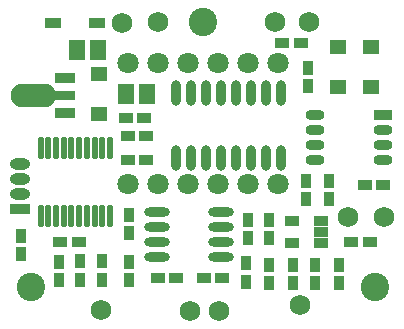
<source format=gbs>
G04*
G04 #@! TF.GenerationSoftware,Altium Limited,Altium Designer,23.10.1 (27)*
G04*
G04 Layer_Color=16711935*
%FSLAX25Y25*%
%MOIN*%
G70*
G04*
G04 #@! TF.SameCoordinates,442CD837-0526-4CC3-B5C4-5EBA4434BA87*
G04*
G04*
G04 #@! TF.FilePolarity,Negative*
G04*
G01*
G75*
%ADD20R,0.04800X0.03800*%
%ADD22R,0.03800X0.04800*%
%ADD23C,0.07099*%
%ADD24C,0.06902*%
%ADD25O,0.06800X0.03800*%
%ADD26R,0.06800X0.03800*%
%ADD27C,0.09461*%
%ADD49O,0.02233X0.07658*%
%ADD50O,0.13501X0.05288*%
%ADD51R,0.07001X0.03446*%
%ADD52O,0.08478X0.03038*%
%ADD53O,0.03170X0.08560*%
%ADD54R,0.05524X0.05131*%
%ADD55O,0.06300X0.03300*%
%ADD56R,0.06300X0.03300*%
%ADD57R,0.05131X0.03359*%
%ADD58R,0.05524X0.03556*%
%ADD59R,0.05721X0.06706*%
G36*
X12153Y-26063D02*
X12155Y-26063D01*
X12330Y-26067D01*
X12335Y-26068D01*
X12340Y-26067D01*
X12515Y-26080D01*
X12519Y-26080D01*
X12524Y-26081D01*
X12698Y-26101D01*
X12702Y-26102D01*
X12707Y-26102D01*
X12880Y-26131D01*
X12885Y-26132D01*
X12889Y-26133D01*
X13061Y-26169D01*
X13065Y-26171D01*
X13070Y-26172D01*
X13239Y-26216D01*
X13244Y-26218D01*
X13248Y-26219D01*
X13415Y-26272D01*
X13420Y-26273D01*
X13424Y-26274D01*
X13589Y-26335D01*
X13593Y-26337D01*
X13598Y-26338D01*
X13759Y-26406D01*
X13763Y-26409D01*
X13768Y-26410D01*
X13926Y-26486D01*
X13930Y-26488D01*
X13934Y-26490D01*
X14089Y-26573D01*
X14093Y-26575D01*
X14097Y-26577D01*
X14247Y-26667D01*
X14251Y-26670D01*
X14255Y-26672D01*
X14401Y-26769D01*
X14405Y-26772D01*
X14409Y-26775D01*
X14550Y-26878D01*
X14554Y-26882D01*
X14558Y-26884D01*
X14694Y-26994D01*
X14697Y-26998D01*
X14701Y-27000D01*
X14832Y-27117D01*
X14835Y-27120D01*
X14839Y-27123D01*
X14964Y-27246D01*
X14967Y-27249D01*
X14971Y-27252D01*
X15090Y-27381D01*
X15093Y-27384D01*
X15096Y-27387D01*
X15210Y-27521D01*
X15213Y-27525D01*
X15216Y-27529D01*
X15323Y-27667D01*
X15325Y-27671D01*
X15328Y-27675D01*
X15428Y-27819D01*
X15431Y-27823D01*
X15434Y-27826D01*
X15527Y-27975D01*
X15529Y-27979D01*
X15532Y-27983D01*
X15618Y-28135D01*
X15620Y-28139D01*
X15623Y-28143D01*
X15702Y-28300D01*
X15704Y-28304D01*
X15706Y-28308D01*
X15711Y-28322D01*
X15716Y-28336D01*
X15717Y-28341D01*
X15718Y-28345D01*
X15755Y-28504D01*
X22280D01*
X22318Y-28508D01*
X22355Y-28519D01*
X22390Y-28537D01*
X22420Y-28562D01*
X22444Y-28592D01*
X22463Y-28626D01*
X22474Y-28663D01*
X22478Y-28702D01*
Y-31300D01*
X22474Y-31339D01*
X22463Y-31376D01*
X22444Y-31410D01*
X22420Y-31440D01*
X22390Y-31464D01*
X22355Y-31483D01*
X22318Y-31494D01*
X22280Y-31498D01*
X15755D01*
X15718Y-31657D01*
X15717Y-31661D01*
X15716Y-31666D01*
X15711Y-31679D01*
X15706Y-31693D01*
X15704Y-31697D01*
X15702Y-31702D01*
X15623Y-31858D01*
X15620Y-31862D01*
X15618Y-31866D01*
X15532Y-32019D01*
X15529Y-32023D01*
X15527Y-32027D01*
X15434Y-32175D01*
X15431Y-32179D01*
X15428Y-32183D01*
X15328Y-32327D01*
X15325Y-32330D01*
X15323Y-32334D01*
X15216Y-32473D01*
X15212Y-32476D01*
X15210Y-32480D01*
X15096Y-32614D01*
X15093Y-32617D01*
X15090Y-32621D01*
X14971Y-32749D01*
X14967Y-32752D01*
X14964Y-32756D01*
X14839Y-32878D01*
X14835Y-32881D01*
X14832Y-32884D01*
X14701Y-33001D01*
X14697Y-33004D01*
X14694Y-33007D01*
X14558Y-33117D01*
X14554Y-33120D01*
X14550Y-33123D01*
X14409Y-33227D01*
X14405Y-33229D01*
X14401Y-33232D01*
X14255Y-33329D01*
X14251Y-33331D01*
X14247Y-33334D01*
X14097Y-33424D01*
X14093Y-33426D01*
X14089Y-33429D01*
X13934Y-33511D01*
X13930Y-33513D01*
X13926Y-33516D01*
X13768Y-33591D01*
X13763Y-33593D01*
X13759Y-33595D01*
X13598Y-33663D01*
X13593Y-33665D01*
X13589Y-33667D01*
X13424Y-33727D01*
X13420Y-33728D01*
X13415Y-33730D01*
X13248Y-33783D01*
X13244Y-33784D01*
X13239Y-33785D01*
X13070Y-33830D01*
X13065Y-33830D01*
X13061Y-33832D01*
X12889Y-33869D01*
X12885Y-33869D01*
X12880Y-33871D01*
X12707Y-33899D01*
X12702Y-33899D01*
X12698Y-33900D01*
X12524Y-33921D01*
X12519Y-33921D01*
X12515Y-33922D01*
X12340Y-33934D01*
X12335Y-33934D01*
X12330Y-33935D01*
X12155Y-33939D01*
X12153Y-33939D01*
X12150Y-33939D01*
X4850D01*
X4848Y-33939D01*
X4846Y-33939D01*
X4670Y-33935D01*
X4666Y-33934D01*
X4661Y-33934D01*
X4486Y-33922D01*
X4482Y-33921D01*
X4477Y-33921D01*
X4303Y-33900D01*
X4298Y-33899D01*
X4294Y-33899D01*
X4121Y-33871D01*
X4116Y-33869D01*
X4112Y-33869D01*
X3940Y-33832D01*
X3936Y-33830D01*
X3931Y-33830D01*
X3762Y-33785D01*
X3757Y-33784D01*
X3753Y-33783D01*
X3585Y-33730D01*
X3581Y-33728D01*
X3576Y-33727D01*
X3412Y-33667D01*
X3408Y-33665D01*
X3403Y-33663D01*
X3242Y-33595D01*
X3238Y-33593D01*
X3233Y-33591D01*
X3075Y-33516D01*
X3071Y-33513D01*
X3067Y-33511D01*
X2912Y-33429D01*
X2908Y-33426D01*
X2904Y-33424D01*
X2754Y-33334D01*
X2750Y-33331D01*
X2746Y-33329D01*
X2600Y-33232D01*
X2596Y-33229D01*
X2592Y-33227D01*
X2451Y-33123D01*
X2447Y-33120D01*
X2443Y-33117D01*
X2307Y-33007D01*
X2304Y-33004D01*
X2300Y-33001D01*
X2169Y-32884D01*
X2166Y-32881D01*
X2162Y-32878D01*
X2037Y-32756D01*
X2034Y-32752D01*
X2030Y-32749D01*
X1911Y-32621D01*
X1908Y-32617D01*
X1904Y-32614D01*
X1791Y-32480D01*
X1788Y-32476D01*
X1785Y-32473D01*
X1678Y-32334D01*
X1676Y-32330D01*
X1673Y-32327D01*
X1572Y-32183D01*
X1570Y-32179D01*
X1567Y-32175D01*
X1474Y-32027D01*
X1472Y-32023D01*
X1469Y-32019D01*
X1382Y-31866D01*
X1381Y-31862D01*
X1378Y-31858D01*
X1299Y-31702D01*
X1297Y-31697D01*
X1295Y-31693D01*
X1223Y-31533D01*
X1221Y-31529D01*
X1219Y-31525D01*
X1155Y-31362D01*
X1154Y-31357D01*
X1152Y-31353D01*
X1095Y-31187D01*
X1094Y-31182D01*
X1092Y-31178D01*
X1044Y-31010D01*
X1043Y-31005D01*
X1041Y-31001D01*
X1001Y-30830D01*
X1000Y-30825D01*
X999Y-30821D01*
X966Y-30649D01*
X966Y-30644D01*
X965Y-30639D01*
X940Y-30466D01*
X940Y-30461D01*
X939Y-30457D01*
X922Y-30282D01*
X922Y-30277D01*
X922Y-30273D01*
X914Y-30098D01*
X914Y-30093D01*
X913Y-30088D01*
Y-29913D01*
X914Y-29908D01*
X914Y-29904D01*
X922Y-29729D01*
X922Y-29724D01*
X922Y-29719D01*
X939Y-29545D01*
X940Y-29540D01*
X940Y-29536D01*
X965Y-29362D01*
X966Y-29357D01*
X966Y-29353D01*
X999Y-29180D01*
X1000Y-29176D01*
X1001Y-29171D01*
X1041Y-29001D01*
X1043Y-28996D01*
X1044Y-28992D01*
X1092Y-28823D01*
X1094Y-28819D01*
X1095Y-28815D01*
X1152Y-28649D01*
X1154Y-28644D01*
X1155Y-28640D01*
X1219Y-28477D01*
X1221Y-28473D01*
X1223Y-28468D01*
X1295Y-28308D01*
X1297Y-28304D01*
X1299Y-28300D01*
X1378Y-28143D01*
X1381Y-28139D01*
X1382Y-28135D01*
X1469Y-27983D01*
X1472Y-27979D01*
X1474Y-27975D01*
X1567Y-27826D01*
X1570Y-27823D01*
X1572Y-27819D01*
X1673Y-27675D01*
X1676Y-27671D01*
X1678Y-27667D01*
X1785Y-27529D01*
X1788Y-27525D01*
X1791Y-27521D01*
X1904Y-27387D01*
X1908Y-27384D01*
X1911Y-27381D01*
X2030Y-27252D01*
X2034Y-27249D01*
X2037Y-27246D01*
X2162Y-27123D01*
X2166Y-27120D01*
X2169Y-27117D01*
X2300Y-27000D01*
X2304Y-26998D01*
X2307Y-26994D01*
X2443Y-26884D01*
X2447Y-26882D01*
X2451Y-26878D01*
X2592Y-26775D01*
X2596Y-26772D01*
X2600Y-26769D01*
X2746Y-26672D01*
X2750Y-26670D01*
X2754Y-26667D01*
X2904Y-26577D01*
X2908Y-26575D01*
X2912Y-26573D01*
X3067Y-26490D01*
X3071Y-26488D01*
X3075Y-26486D01*
X3233Y-26410D01*
X3238Y-26409D01*
X3242Y-26406D01*
X3403Y-26338D01*
X3408Y-26337D01*
X3412Y-26335D01*
X3576Y-26274D01*
X3581Y-26273D01*
X3585Y-26272D01*
X3753Y-26219D01*
X3757Y-26218D01*
X3762Y-26216D01*
X3931Y-26172D01*
X3936Y-26171D01*
X3940Y-26169D01*
X4112Y-26133D01*
X4116Y-26132D01*
X4121Y-26131D01*
X4294Y-26102D01*
X4298Y-26102D01*
X4303Y-26101D01*
X4477Y-26081D01*
X4482Y-26080D01*
X4486Y-26080D01*
X4661Y-26067D01*
X4666Y-26068D01*
X4670Y-26067D01*
X4846Y-26063D01*
X4848Y-26063D01*
X4850Y-26063D01*
X12150D01*
X12153Y-26063D01*
D02*
G37*
D20*
X71500Y-91000D02*
D03*
X65402D02*
D03*
X49902D02*
D03*
X56000D02*
D03*
X39902Y-43500D02*
D03*
X46000D02*
D03*
X39902Y-51500D02*
D03*
X46098D02*
D03*
X120598Y-79000D02*
D03*
X114402D02*
D03*
X97598Y-12500D02*
D03*
X91402D02*
D03*
X23598Y-79000D02*
D03*
X17500D02*
D03*
X39402Y-37500D02*
D03*
X45500D02*
D03*
X118902Y-60000D02*
D03*
X125098D02*
D03*
D22*
X80000Y-71402D02*
D03*
Y-77500D02*
D03*
X4500Y-76902D02*
D03*
Y-83000D02*
D03*
X40500Y-69902D02*
D03*
Y-76000D02*
D03*
X79500Y-92098D02*
D03*
Y-86000D02*
D03*
X99500Y-58402D02*
D03*
Y-64500D02*
D03*
X87000Y-71402D02*
D03*
Y-77500D02*
D03*
X100000Y-27000D02*
D03*
Y-20902D02*
D03*
X40500Y-91697D02*
D03*
Y-85500D02*
D03*
X31500Y-91500D02*
D03*
Y-85303D02*
D03*
X107000Y-58402D02*
D03*
Y-64598D02*
D03*
X87000Y-86402D02*
D03*
Y-92598D02*
D03*
X110500D02*
D03*
Y-86402D02*
D03*
X102500D02*
D03*
Y-92500D02*
D03*
X17000Y-91598D02*
D03*
Y-85402D02*
D03*
X95000Y-86402D02*
D03*
Y-92598D02*
D03*
X24000Y-85303D02*
D03*
Y-91500D02*
D03*
D23*
X40000Y-19106D02*
D03*
X50000D02*
D03*
X60000D02*
D03*
X70000D02*
D03*
X80000D02*
D03*
X90000D02*
D03*
Y-59500D02*
D03*
X80000D02*
D03*
X70000D02*
D03*
X60000D02*
D03*
X50000D02*
D03*
X40000D02*
D03*
D24*
X100500Y-5500D02*
D03*
X113500Y-70500D02*
D03*
X125500D02*
D03*
X60600Y-101700D02*
D03*
X31000Y-101500D02*
D03*
X38000Y-6000D02*
D03*
X50000Y-5500D02*
D03*
X70500Y-101800D02*
D03*
X97500Y-100000D02*
D03*
X89000Y-5500D02*
D03*
D25*
X4000Y-63000D02*
D03*
Y-53000D02*
D03*
Y-58000D02*
D03*
D26*
Y-68000D02*
D03*
D27*
X122441Y-93701D02*
D03*
X64961Y-5512D02*
D03*
X7874Y-93701D02*
D03*
D49*
X34016Y-70303D02*
D03*
X31457D02*
D03*
X28898D02*
D03*
X26339D02*
D03*
X23779D02*
D03*
X21220D02*
D03*
X18661D02*
D03*
X16102D02*
D03*
X13543D02*
D03*
X10984D02*
D03*
X34016Y-47697D02*
D03*
X31457D02*
D03*
X28898D02*
D03*
X26339D02*
D03*
X23779D02*
D03*
X21220D02*
D03*
X18661D02*
D03*
X16102D02*
D03*
X13543D02*
D03*
X10984D02*
D03*
D50*
X8500Y-30000D02*
D03*
D51*
X19179Y-35872D02*
D03*
Y-24061D02*
D03*
D52*
X71150Y-69000D02*
D03*
Y-74000D02*
D03*
Y-79000D02*
D03*
Y-84000D02*
D03*
X49850Y-69000D02*
D03*
Y-74000D02*
D03*
Y-79000D02*
D03*
Y-84000D02*
D03*
D53*
X56000Y-29230D02*
D03*
X61000D02*
D03*
X66000D02*
D03*
X71000D02*
D03*
X76000D02*
D03*
X81000D02*
D03*
X86000D02*
D03*
X91000D02*
D03*
X56000Y-50770D02*
D03*
X61000D02*
D03*
X66000D02*
D03*
X71000D02*
D03*
X76000D02*
D03*
X81000D02*
D03*
X86000D02*
D03*
X91000D02*
D03*
D54*
X121000Y-14000D02*
D03*
Y-27327D02*
D03*
X30500Y-36327D02*
D03*
Y-23000D02*
D03*
X110000Y-14000D02*
D03*
Y-27327D02*
D03*
D55*
X125138Y-41500D02*
D03*
X102500D02*
D03*
X125138Y-51500D02*
D03*
Y-46500D02*
D03*
X102500Y-51500D02*
D03*
Y-36500D02*
D03*
Y-46500D02*
D03*
D56*
X125138Y-36500D02*
D03*
D57*
X104224Y-71760D02*
D03*
Y-75500D02*
D03*
Y-79240D02*
D03*
X94776D02*
D03*
Y-71760D02*
D03*
D58*
X15216Y-6000D02*
D03*
X29783D02*
D03*
D59*
X23055Y-15000D02*
D03*
X29945D02*
D03*
X46445Y-29500D02*
D03*
X39555D02*
D03*
M02*

</source>
